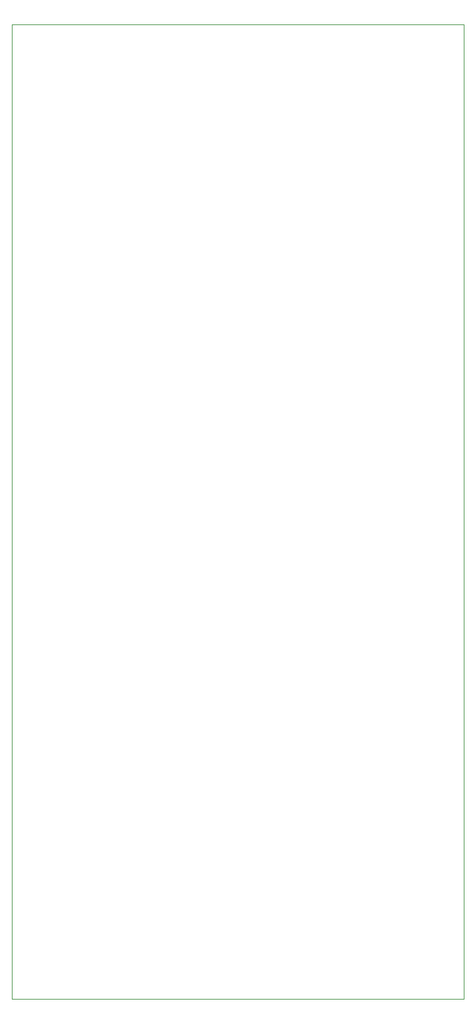
<source format=gbr>
%TF.GenerationSoftware,KiCad,Pcbnew,7.0.10-7.0.10~ubuntu22.04.1*%
%TF.CreationDate,2024-02-07T13:24:06-05:00*%
%TF.ProjectId,CapController,43617043-6f6e-4747-926f-6c6c65722e6b,rev?*%
%TF.SameCoordinates,Original*%
%TF.FileFunction,Profile,NP*%
%FSLAX46Y46*%
G04 Gerber Fmt 4.6, Leading zero omitted, Abs format (unit mm)*
G04 Created by KiCad (PCBNEW 7.0.10-7.0.10~ubuntu22.04.1) date 2024-02-07 13:24:06*
%MOMM*%
%LPD*%
G01*
G04 APERTURE LIST*
%TA.AperFunction,Profile*%
%ADD10C,0.100000*%
%TD*%
G04 APERTURE END LIST*
D10*
X177000000Y-26000000D02*
X235000000Y-26000000D01*
X235000000Y-151000000D01*
X177000000Y-151000000D01*
X177000000Y-26000000D01*
M02*

</source>
